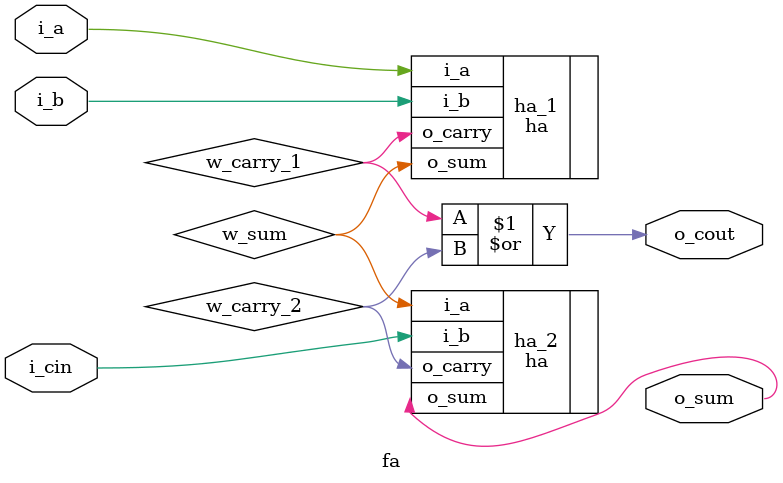
<source format=v>
module fa (
    input   wire    i_a,
    input   wire    i_b,
    input   wire    i_cin,
    output  wire    o_sum,
    output  wire    o_cout
);

// module instatiaion
ha      ha_1
(
    .i_a            (i_a        ),
    .i_b            (i_b        ),
    .o_sum          (w_sum      ),
    .o_carry        (w_carry_1  )
);

wire w_sum;

ha      ha_2
(
    .i_a            (w_sum      ),
    .i_b            (i_cin      ),
    .o_sum          (o_sum      ),
    .o_carry        (w_carry_2  )
);

wire w_carry_1, w_carry_2;

assign o_cout = w_carry_1 | w_carry_2;
    
endmodule
</source>
